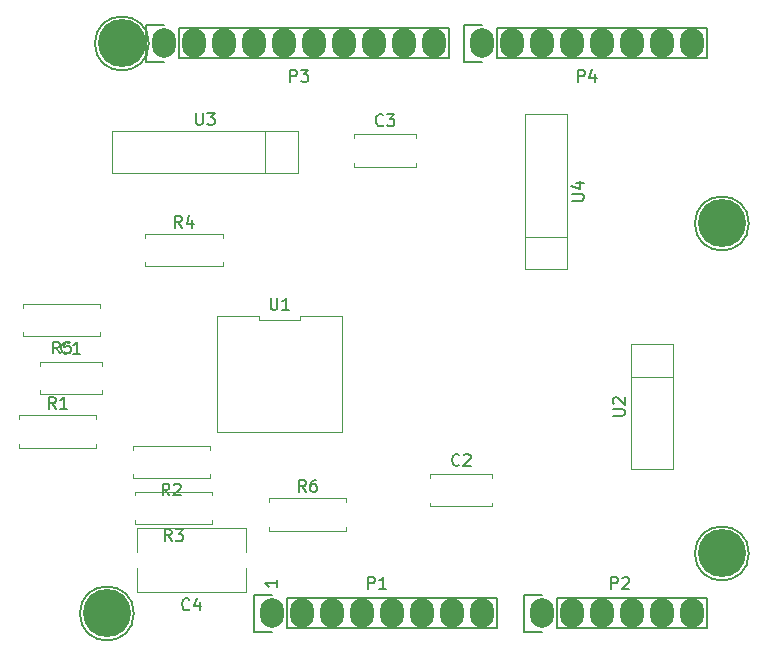
<source format=gbr>
%TF.GenerationSoftware,KiCad,Pcbnew,(6.0.2-0)*%
%TF.CreationDate,2022-03-31T18:09:35+02:00*%
%TF.ProjectId,Shield_Capteur ,53686965-6c64-45f4-9361-707465757220,rev?*%
%TF.SameCoordinates,Original*%
%TF.FileFunction,Legend,Top*%
%TF.FilePolarity,Positive*%
%FSLAX46Y46*%
G04 Gerber Fmt 4.6, Leading zero omitted, Abs format (unit mm)*
G04 Created by KiCad (PCBNEW (6.0.2-0)) date 2022-03-31 18:09:35*
%MOMM*%
%LPD*%
G01*
G04 APERTURE LIST*
%ADD10C,0.150000*%
%ADD11C,0.120000*%
%ADD12O,2.000000X2.500000*%
%ADD13C,4.064000*%
G04 APERTURE END LIST*
D10*
X139390380Y-120999285D02*
X139390380Y-121570714D01*
X139390380Y-121285000D02*
X138390380Y-121285000D01*
X138533238Y-121380238D01*
X138628476Y-121475476D01*
X138676095Y-121570714D01*
%TO.C,P1*%
X147089904Y-121737380D02*
X147089904Y-120737380D01*
X147470857Y-120737380D01*
X147566095Y-120785000D01*
X147613714Y-120832619D01*
X147661333Y-120927857D01*
X147661333Y-121070714D01*
X147613714Y-121165952D01*
X147566095Y-121213571D01*
X147470857Y-121261190D01*
X147089904Y-121261190D01*
X148613714Y-121737380D02*
X148042285Y-121737380D01*
X148328000Y-121737380D02*
X148328000Y-120737380D01*
X148232761Y-120880238D01*
X148137523Y-120975476D01*
X148042285Y-121023095D01*
%TO.C,P2*%
X167663904Y-121737380D02*
X167663904Y-120737380D01*
X168044857Y-120737380D01*
X168140095Y-120785000D01*
X168187714Y-120832619D01*
X168235333Y-120927857D01*
X168235333Y-121070714D01*
X168187714Y-121165952D01*
X168140095Y-121213571D01*
X168044857Y-121261190D01*
X167663904Y-121261190D01*
X168616285Y-120832619D02*
X168663904Y-120785000D01*
X168759142Y-120737380D01*
X168997238Y-120737380D01*
X169092476Y-120785000D01*
X169140095Y-120832619D01*
X169187714Y-120927857D01*
X169187714Y-121023095D01*
X169140095Y-121165952D01*
X168568666Y-121737380D01*
X169187714Y-121737380D01*
%TO.C,P3*%
X140485904Y-78811380D02*
X140485904Y-77811380D01*
X140866857Y-77811380D01*
X140962095Y-77859000D01*
X141009714Y-77906619D01*
X141057333Y-78001857D01*
X141057333Y-78144714D01*
X141009714Y-78239952D01*
X140962095Y-78287571D01*
X140866857Y-78335190D01*
X140485904Y-78335190D01*
X141390666Y-77811380D02*
X142009714Y-77811380D01*
X141676380Y-78192333D01*
X141819238Y-78192333D01*
X141914476Y-78239952D01*
X141962095Y-78287571D01*
X142009714Y-78382809D01*
X142009714Y-78620904D01*
X141962095Y-78716142D01*
X141914476Y-78763761D01*
X141819238Y-78811380D01*
X141533523Y-78811380D01*
X141438285Y-78763761D01*
X141390666Y-78716142D01*
%TO.C,P4*%
X164869904Y-78811380D02*
X164869904Y-77811380D01*
X165250857Y-77811380D01*
X165346095Y-77859000D01*
X165393714Y-77906619D01*
X165441333Y-78001857D01*
X165441333Y-78144714D01*
X165393714Y-78239952D01*
X165346095Y-78287571D01*
X165250857Y-78335190D01*
X164869904Y-78335190D01*
X166298476Y-78144714D02*
X166298476Y-78811380D01*
X166060380Y-77763761D02*
X165822285Y-78478047D01*
X166441333Y-78478047D01*
%TO.C,C3*%
X148356333Y-82472142D02*
X148308714Y-82519761D01*
X148165857Y-82567380D01*
X148070619Y-82567380D01*
X147927761Y-82519761D01*
X147832523Y-82424523D01*
X147784904Y-82329285D01*
X147737285Y-82138809D01*
X147737285Y-81995952D01*
X147784904Y-81805476D01*
X147832523Y-81710238D01*
X147927761Y-81615000D01*
X148070619Y-81567380D01*
X148165857Y-81567380D01*
X148308714Y-81615000D01*
X148356333Y-81662619D01*
X148689666Y-81567380D02*
X149308714Y-81567380D01*
X148975380Y-81948333D01*
X149118238Y-81948333D01*
X149213476Y-81995952D01*
X149261095Y-82043571D01*
X149308714Y-82138809D01*
X149308714Y-82376904D01*
X149261095Y-82472142D01*
X149213476Y-82519761D01*
X149118238Y-82567380D01*
X148832523Y-82567380D01*
X148737285Y-82519761D01*
X148689666Y-82472142D01*
%TO.C,R3*%
X130448333Y-117697380D02*
X130115000Y-117221190D01*
X129876904Y-117697380D02*
X129876904Y-116697380D01*
X130257857Y-116697380D01*
X130353095Y-116745000D01*
X130400714Y-116792619D01*
X130448333Y-116887857D01*
X130448333Y-117030714D01*
X130400714Y-117125952D01*
X130353095Y-117173571D01*
X130257857Y-117221190D01*
X129876904Y-117221190D01*
X130781666Y-116697380D02*
X131400714Y-116697380D01*
X131067380Y-117078333D01*
X131210238Y-117078333D01*
X131305476Y-117125952D01*
X131353095Y-117173571D01*
X131400714Y-117268809D01*
X131400714Y-117506904D01*
X131353095Y-117602142D01*
X131305476Y-117649761D01*
X131210238Y-117697380D01*
X130924523Y-117697380D01*
X130829285Y-117649761D01*
X130781666Y-117602142D01*
%TO.C,C4*%
X131958333Y-123457142D02*
X131910714Y-123504761D01*
X131767857Y-123552380D01*
X131672619Y-123552380D01*
X131529761Y-123504761D01*
X131434523Y-123409523D01*
X131386904Y-123314285D01*
X131339285Y-123123809D01*
X131339285Y-122980952D01*
X131386904Y-122790476D01*
X131434523Y-122695238D01*
X131529761Y-122600000D01*
X131672619Y-122552380D01*
X131767857Y-122552380D01*
X131910714Y-122600000D01*
X131958333Y-122647619D01*
X132815476Y-122885714D02*
X132815476Y-123552380D01*
X132577380Y-122504761D02*
X132339285Y-123219047D01*
X132958333Y-123219047D01*
%TO.C,U3*%
X132511095Y-81447380D02*
X132511095Y-82256904D01*
X132558714Y-82352142D01*
X132606333Y-82399761D01*
X132701571Y-82447380D01*
X132892047Y-82447380D01*
X132987285Y-82399761D01*
X133034904Y-82352142D01*
X133082523Y-82256904D01*
X133082523Y-81447380D01*
X133463476Y-81447380D02*
X134082523Y-81447380D01*
X133749190Y-81828333D01*
X133892047Y-81828333D01*
X133987285Y-81875952D01*
X134034904Y-81923571D01*
X134082523Y-82018809D01*
X134082523Y-82256904D01*
X134034904Y-82352142D01*
X133987285Y-82399761D01*
X133892047Y-82447380D01*
X133606333Y-82447380D01*
X133511095Y-82399761D01*
X133463476Y-82352142D01*
%TO.C,R2*%
X130258333Y-113822380D02*
X129925000Y-113346190D01*
X129686904Y-113822380D02*
X129686904Y-112822380D01*
X130067857Y-112822380D01*
X130163095Y-112870000D01*
X130210714Y-112917619D01*
X130258333Y-113012857D01*
X130258333Y-113155714D01*
X130210714Y-113250952D01*
X130163095Y-113298571D01*
X130067857Y-113346190D01*
X129686904Y-113346190D01*
X130639285Y-112917619D02*
X130686904Y-112870000D01*
X130782142Y-112822380D01*
X131020238Y-112822380D01*
X131115476Y-112870000D01*
X131163095Y-112917619D01*
X131210714Y-113012857D01*
X131210714Y-113108095D01*
X131163095Y-113250952D01*
X130591666Y-113822380D01*
X131210714Y-113822380D01*
%TO.C,R5*%
X120971333Y-101812380D02*
X120638000Y-101336190D01*
X120399904Y-101812380D02*
X120399904Y-100812380D01*
X120780857Y-100812380D01*
X120876095Y-100860000D01*
X120923714Y-100907619D01*
X120971333Y-101002857D01*
X120971333Y-101145714D01*
X120923714Y-101240952D01*
X120876095Y-101288571D01*
X120780857Y-101336190D01*
X120399904Y-101336190D01*
X121876095Y-100812380D02*
X121399904Y-100812380D01*
X121352285Y-101288571D01*
X121399904Y-101240952D01*
X121495142Y-101193333D01*
X121733238Y-101193333D01*
X121828476Y-101240952D01*
X121876095Y-101288571D01*
X121923714Y-101383809D01*
X121923714Y-101621904D01*
X121876095Y-101717142D01*
X121828476Y-101764761D01*
X121733238Y-101812380D01*
X121495142Y-101812380D01*
X121399904Y-101764761D01*
X121352285Y-101717142D01*
%TO.C,R4*%
X131331333Y-91147380D02*
X130998000Y-90671190D01*
X130759904Y-91147380D02*
X130759904Y-90147380D01*
X131140857Y-90147380D01*
X131236095Y-90195000D01*
X131283714Y-90242619D01*
X131331333Y-90337857D01*
X131331333Y-90480714D01*
X131283714Y-90575952D01*
X131236095Y-90623571D01*
X131140857Y-90671190D01*
X130759904Y-90671190D01*
X132188476Y-90480714D02*
X132188476Y-91147380D01*
X131950380Y-90099761D02*
X131712285Y-90814047D01*
X132331333Y-90814047D01*
%TO.C,R6*%
X141806333Y-113522380D02*
X141473000Y-113046190D01*
X141234904Y-113522380D02*
X141234904Y-112522380D01*
X141615857Y-112522380D01*
X141711095Y-112570000D01*
X141758714Y-112617619D01*
X141806333Y-112712857D01*
X141806333Y-112855714D01*
X141758714Y-112950952D01*
X141711095Y-112998571D01*
X141615857Y-113046190D01*
X141234904Y-113046190D01*
X142663476Y-112522380D02*
X142473000Y-112522380D01*
X142377761Y-112570000D01*
X142330142Y-112617619D01*
X142234904Y-112760476D01*
X142187285Y-112950952D01*
X142187285Y-113331904D01*
X142234904Y-113427142D01*
X142282523Y-113474761D01*
X142377761Y-113522380D01*
X142568238Y-113522380D01*
X142663476Y-113474761D01*
X142711095Y-113427142D01*
X142758714Y-113331904D01*
X142758714Y-113093809D01*
X142711095Y-112998571D01*
X142663476Y-112950952D01*
X142568238Y-112903333D01*
X142377761Y-112903333D01*
X142282523Y-112950952D01*
X142234904Y-112998571D01*
X142187285Y-113093809D01*
%TO.C,U4*%
X164347380Y-88861904D02*
X165156904Y-88861904D01*
X165252142Y-88814285D01*
X165299761Y-88766666D01*
X165347380Y-88671428D01*
X165347380Y-88480952D01*
X165299761Y-88385714D01*
X165252142Y-88338095D01*
X165156904Y-88290476D01*
X164347380Y-88290476D01*
X164680714Y-87385714D02*
X165347380Y-87385714D01*
X164299761Y-87623809D02*
X165014047Y-87861904D01*
X165014047Y-87242857D01*
%TO.C,C2*%
X154806333Y-111247142D02*
X154758714Y-111294761D01*
X154615857Y-111342380D01*
X154520619Y-111342380D01*
X154377761Y-111294761D01*
X154282523Y-111199523D01*
X154234904Y-111104285D01*
X154187285Y-110913809D01*
X154187285Y-110770952D01*
X154234904Y-110580476D01*
X154282523Y-110485238D01*
X154377761Y-110390000D01*
X154520619Y-110342380D01*
X154615857Y-110342380D01*
X154758714Y-110390000D01*
X154806333Y-110437619D01*
X155187285Y-110437619D02*
X155234904Y-110390000D01*
X155330142Y-110342380D01*
X155568238Y-110342380D01*
X155663476Y-110390000D01*
X155711095Y-110437619D01*
X155758714Y-110532857D01*
X155758714Y-110628095D01*
X155711095Y-110770952D01*
X155139666Y-111342380D01*
X155758714Y-111342380D01*
%TO.C,R1*%
X120631333Y-106497380D02*
X120298000Y-106021190D01*
X120059904Y-106497380D02*
X120059904Y-105497380D01*
X120440857Y-105497380D01*
X120536095Y-105545000D01*
X120583714Y-105592619D01*
X120631333Y-105687857D01*
X120631333Y-105830714D01*
X120583714Y-105925952D01*
X120536095Y-105973571D01*
X120440857Y-106021190D01*
X120059904Y-106021190D01*
X121583714Y-106497380D02*
X121012285Y-106497380D01*
X121298000Y-106497380D02*
X121298000Y-105497380D01*
X121202761Y-105640238D01*
X121107523Y-105735476D01*
X121012285Y-105783095D01*
%TO.C,C1*%
X121731333Y-101747142D02*
X121683714Y-101794761D01*
X121540857Y-101842380D01*
X121445619Y-101842380D01*
X121302761Y-101794761D01*
X121207523Y-101699523D01*
X121159904Y-101604285D01*
X121112285Y-101413809D01*
X121112285Y-101270952D01*
X121159904Y-101080476D01*
X121207523Y-100985238D01*
X121302761Y-100890000D01*
X121445619Y-100842380D01*
X121540857Y-100842380D01*
X121683714Y-100890000D01*
X121731333Y-100937619D01*
X122683714Y-101842380D02*
X122112285Y-101842380D01*
X122398000Y-101842380D02*
X122398000Y-100842380D01*
X122302761Y-100985238D01*
X122207523Y-101080476D01*
X122112285Y-101128095D01*
%TO.C,U1*%
X138826095Y-97102380D02*
X138826095Y-97911904D01*
X138873714Y-98007142D01*
X138921333Y-98054761D01*
X139016571Y-98102380D01*
X139207047Y-98102380D01*
X139302285Y-98054761D01*
X139349904Y-98007142D01*
X139397523Y-97911904D01*
X139397523Y-97102380D01*
X140397523Y-98102380D02*
X139826095Y-98102380D01*
X140111809Y-98102380D02*
X140111809Y-97102380D01*
X140016571Y-97245238D01*
X139921333Y-97340476D01*
X139826095Y-97388095D01*
%TO.C,U2*%
X167807380Y-107086904D02*
X168616904Y-107086904D01*
X168712142Y-107039285D01*
X168759761Y-106991666D01*
X168807380Y-106896428D01*
X168807380Y-106705952D01*
X168759761Y-106610714D01*
X168712142Y-106563095D01*
X168616904Y-106515476D01*
X167807380Y-106515476D01*
X167902619Y-106086904D02*
X167855000Y-106039285D01*
X167807380Y-105944047D01*
X167807380Y-105705952D01*
X167855000Y-105610714D01*
X167902619Y-105563095D01*
X167997857Y-105515476D01*
X168093095Y-105515476D01*
X168235952Y-105563095D01*
X168807380Y-106134523D01*
X168807380Y-105515476D01*
%TO.C,P1*%
X157988000Y-125095000D02*
X157988000Y-122555000D01*
X140208000Y-125095000D02*
X157988000Y-125095000D01*
X157988000Y-122555000D02*
X140208000Y-122555000D01*
X138938000Y-122275000D02*
X137388000Y-122275000D01*
X137388000Y-122275000D02*
X137388000Y-125375000D01*
X137388000Y-125375000D02*
X138938000Y-125375000D01*
X140208000Y-125095000D02*
X140208000Y-122555000D01*
%TO.C,P2*%
X163068000Y-125095000D02*
X163068000Y-122555000D01*
X161798000Y-122275000D02*
X160248000Y-122275000D01*
X175768000Y-122555000D02*
X163068000Y-122555000D01*
X163068000Y-125095000D02*
X175768000Y-125095000D01*
X175768000Y-125095000D02*
X175768000Y-122555000D01*
X160248000Y-122275000D02*
X160248000Y-125375000D01*
X160248000Y-125375000D02*
X161798000Y-125375000D01*
%TO.C,P3*%
X128244000Y-74015000D02*
X128244000Y-77115000D01*
X131064000Y-76835000D02*
X153924000Y-76835000D01*
X153924000Y-76835000D02*
X153924000Y-74295000D01*
X153924000Y-74295000D02*
X131064000Y-74295000D01*
X129794000Y-74015000D02*
X128244000Y-74015000D01*
X128244000Y-77115000D02*
X129794000Y-77115000D01*
X131064000Y-76835000D02*
X131064000Y-74295000D01*
%TO.C,P4*%
X175768000Y-74295000D02*
X157988000Y-74295000D01*
X155168000Y-77115000D02*
X156718000Y-77115000D01*
X157988000Y-76835000D02*
X175768000Y-76835000D01*
X157988000Y-76835000D02*
X157988000Y-74295000D01*
X156718000Y-74015000D02*
X155168000Y-74015000D01*
X175768000Y-76835000D02*
X175768000Y-74295000D01*
X155168000Y-74015000D02*
X155168000Y-77115000D01*
%TO.C,P5*%
X127254000Y-123825000D02*
G75*
G03*
X127254000Y-123825000I-2286000J0D01*
G01*
%TO.C,P6*%
X179324000Y-118745000D02*
G75*
G03*
X179324000Y-118745000I-2286000J0D01*
G01*
%TO.C,P7*%
X128524000Y-75565000D02*
G75*
G03*
X128524000Y-75565000I-2286000J0D01*
G01*
%TO.C,P8*%
X179324000Y-90805000D02*
G75*
G03*
X179324000Y-90805000I-2286000J0D01*
G01*
D11*
%TO.C,C3*%
X145903000Y-85670000D02*
X145903000Y-85985000D01*
X145903000Y-85985000D02*
X151143000Y-85985000D01*
X145903000Y-83245000D02*
X151143000Y-83245000D01*
X151143000Y-85670000D02*
X151143000Y-85985000D01*
X145903000Y-83245000D02*
X145903000Y-83560000D01*
X151143000Y-83245000D02*
X151143000Y-83560000D01*
%TO.C,R3*%
X133885000Y-113505000D02*
X127345000Y-113505000D01*
X133885000Y-113835000D02*
X133885000Y-113505000D01*
X133885000Y-115915000D02*
X133885000Y-116245000D01*
X127345000Y-113505000D02*
X127345000Y-113835000D01*
X127345000Y-116245000D02*
X127345000Y-115915000D01*
X133885000Y-116245000D02*
X127345000Y-116245000D01*
%TO.C,C4*%
X127505000Y-118635000D02*
X127505000Y-116630000D01*
X136745000Y-121970000D02*
X127505000Y-121970000D01*
X136745000Y-116630000D02*
X127505000Y-116630000D01*
X136745000Y-121970000D02*
X136745000Y-119965000D01*
X136745000Y-118635000D02*
X136745000Y-116630000D01*
X127505000Y-121970000D02*
X127505000Y-119965000D01*
%TO.C,U3*%
X138353000Y-86535000D02*
X138353000Y-82995000D01*
X141123000Y-82995000D02*
X141123000Y-86535000D01*
X141123000Y-86535000D02*
X125423000Y-86535000D01*
X125423000Y-86535000D02*
X125423000Y-82995000D01*
X125423000Y-82995000D02*
X141123000Y-82995000D01*
%TO.C,R2*%
X127155000Y-112370000D02*
X127155000Y-112040000D01*
X127155000Y-109630000D02*
X127155000Y-109960000D01*
X133695000Y-112040000D02*
X133695000Y-112370000D01*
X133695000Y-112370000D02*
X127155000Y-112370000D01*
X133695000Y-109960000D02*
X133695000Y-109630000D01*
X133695000Y-109630000D02*
X127155000Y-109630000D01*
%TO.C,R5*%
X117868000Y-100360000D02*
X117868000Y-100030000D01*
X124408000Y-100030000D02*
X124408000Y-100360000D01*
X124408000Y-100360000D02*
X117868000Y-100360000D01*
X117868000Y-97620000D02*
X117868000Y-97950000D01*
X124408000Y-97950000D02*
X124408000Y-97620000D01*
X124408000Y-97620000D02*
X117868000Y-97620000D01*
%TO.C,R4*%
X128228000Y-94435000D02*
X134768000Y-94435000D01*
X128228000Y-92025000D02*
X128228000Y-91695000D01*
X128228000Y-94105000D02*
X128228000Y-94435000D01*
X128228000Y-91695000D02*
X134768000Y-91695000D01*
X134768000Y-94435000D02*
X134768000Y-94105000D01*
X134768000Y-91695000D02*
X134768000Y-92025000D01*
%TO.C,R6*%
X138703000Y-114070000D02*
X145243000Y-114070000D01*
X138703000Y-116480000D02*
X138703000Y-116810000D01*
X138703000Y-114400000D02*
X138703000Y-114070000D01*
X138703000Y-116810000D02*
X145243000Y-116810000D01*
X145243000Y-114070000D02*
X145243000Y-114400000D01*
X145243000Y-116810000D02*
X145243000Y-116480000D01*
%TO.C,U4*%
X160355000Y-91910000D02*
X163895000Y-91910000D01*
X160355000Y-81520000D02*
X163895000Y-81520000D01*
X163895000Y-94680000D02*
X160355000Y-94680000D01*
X160355000Y-94680000D02*
X160355000Y-81520000D01*
X163895000Y-81520000D02*
X163895000Y-94680000D01*
%TO.C,C2*%
X157593000Y-112020000D02*
X157593000Y-112335000D01*
X152353000Y-114760000D02*
X157593000Y-114760000D01*
X157593000Y-114445000D02*
X157593000Y-114760000D01*
X152353000Y-112020000D02*
X157593000Y-112020000D01*
X152353000Y-114445000D02*
X152353000Y-114760000D01*
X152353000Y-112020000D02*
X152353000Y-112335000D01*
%TO.C,R1*%
X117528000Y-109785000D02*
X124068000Y-109785000D01*
X124068000Y-107045000D02*
X124068000Y-107375000D01*
X117528000Y-107045000D02*
X124068000Y-107045000D01*
X117528000Y-107375000D02*
X117528000Y-107045000D01*
X124068000Y-109785000D02*
X124068000Y-109455000D01*
X117528000Y-109455000D02*
X117528000Y-109785000D01*
%TO.C,C1*%
X124518000Y-102520000D02*
X124518000Y-102835000D01*
X119278000Y-102520000D02*
X119278000Y-102835000D01*
X119278000Y-102520000D02*
X124518000Y-102520000D01*
X119278000Y-104945000D02*
X119278000Y-105260000D01*
X124518000Y-104945000D02*
X124518000Y-105260000D01*
X119278000Y-105260000D02*
X124518000Y-105260000D01*
%TO.C,U1*%
X134328000Y-98650000D02*
X134328000Y-108470000D01*
X137834667Y-98650000D02*
X134328000Y-98650000D01*
X144848000Y-108470000D02*
X144848000Y-98650000D01*
X141341333Y-99010000D02*
X137834667Y-99010000D01*
X141341333Y-98650000D02*
X141341333Y-99010000D01*
X137834667Y-99010000D02*
X137834667Y-98650000D01*
X144848000Y-98650000D02*
X141341333Y-98650000D01*
X134328000Y-108470000D02*
X144848000Y-108470000D01*
%TO.C,U2*%
X169355000Y-101015000D02*
X172895000Y-101015000D01*
X169355000Y-111635000D02*
X169355000Y-101015000D01*
X172895000Y-111635000D02*
X169355000Y-111635000D01*
X172895000Y-103785000D02*
X169355000Y-103785000D01*
X172895000Y-101015000D02*
X172895000Y-111635000D01*
%TD*%
D12*
%TO.C,P1*%
X138938000Y-123825000D03*
X141478000Y-123825000D03*
X144018000Y-123825000D03*
X146558000Y-123825000D03*
X149098000Y-123825000D03*
X151638000Y-123825000D03*
X154178000Y-123825000D03*
X156718000Y-123825000D03*
%TD*%
%TO.C,P2*%
X161798000Y-123825000D03*
X164338000Y-123825000D03*
X166878000Y-123825000D03*
X169418000Y-123825000D03*
X171958000Y-123825000D03*
X174498000Y-123825000D03*
%TD*%
%TO.C,P3*%
X129794000Y-75565000D03*
X132334000Y-75565000D03*
X134874000Y-75565000D03*
X137414000Y-75565000D03*
X139954000Y-75565000D03*
X142494000Y-75565000D03*
X145034000Y-75565000D03*
X147574000Y-75565000D03*
X150114000Y-75565000D03*
X152654000Y-75565000D03*
%TD*%
%TO.C,P4*%
X156718000Y-75565000D03*
X159258000Y-75565000D03*
X161798000Y-75565000D03*
X164338000Y-75565000D03*
X166878000Y-75565000D03*
X169418000Y-75565000D03*
X171958000Y-75565000D03*
X174498000Y-75565000D03*
%TD*%
D13*
%TO.C,P5*%
X124968000Y-123825000D03*
%TD*%
%TO.C,P6*%
X177038000Y-118745000D03*
%TD*%
%TO.C,P7*%
X126238000Y-75565000D03*
%TD*%
%TO.C,P8*%
X177038000Y-90805000D03*
%TD*%
M02*

</source>
